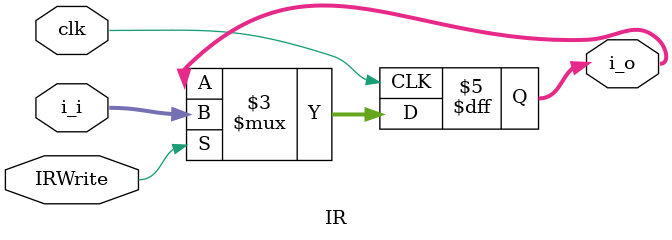
<source format=v>
`timescale 1ns / 1ps
module IR(clk,IRWrite,i_i,i_o
    );
input clk;
input IRWrite;
input [31:0]i_i;
output reg[31:0]i_o;
always @(negedge clk)
if(IRWrite==1)
	i_o<=i_i;
endmodule

</source>
